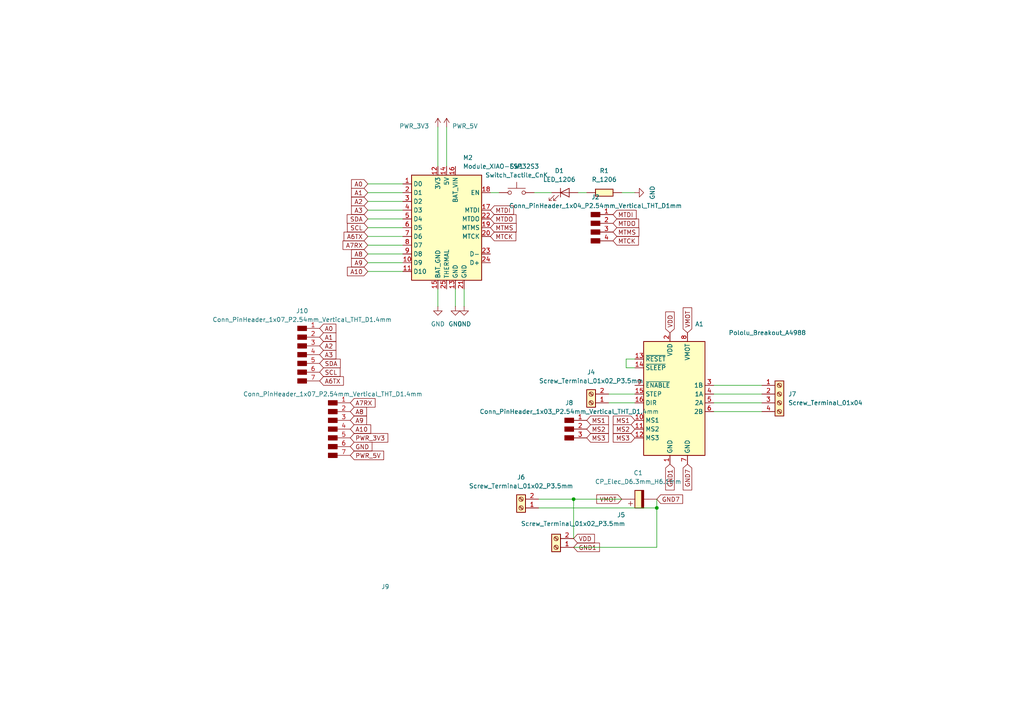
<source format=kicad_sch>
(kicad_sch (version 20231120) (generator "eeschema") (generator_version "8.0")
  (paper "A4")
  (lib_symbols
    (symbol "Connector:Screw_Terminal_01x04" (pin_names (offset 1.016) hide)
      (property "Reference" "J" (at 0 5.08 0))
      (property "Value" "Screw_Terminal_01x04" (at 0 -7.62 0))
      (symbol "Screw_Terminal_01x04_1_1"
        (rectangle (start -1.27 3.81) (end 1.27 -6.35) (stroke (width 0.254)) (fill (type background)))
        (circle (center 0 -5.08) (radius 0.635) (stroke (width 0.1524)))
        (circle (center 0 -2.54) (radius 0.635) (stroke (width 0.1524)))
        (polyline (pts (xy -0.5334 -4.7498) (xy 0.3302 -5.588)) (stroke (width 0.1524)))
        (polyline (pts (xy -0.5334 -2.2098) (xy 0.3302 -3.048)) (stroke (width 0.1524)))
        (polyline (pts (xy -0.5334 0.3302) (xy 0.3302 -0.508)) (stroke (width 0.1524)))
        (polyline (pts (xy -0.5334 2.8702) (xy 0.3302 2.032)) (stroke (width 0.1524)))
        (polyline (pts (xy -0.3556 -4.572) (xy 0.508 -5.4102)) (stroke (width 0.1524)))
        (polyline (pts (xy -0.3556 -2.032) (xy 0.508 -2.8702)) (stroke (width 0.1524)))
        (polyline (pts (xy -0.3556 0.508) (xy 0.508 -0.3302)) (stroke (width 0.1524)))
        (polyline (pts (xy -0.3556 3.048) (xy 0.508 2.2098)) (stroke (width 0.1524)))
        (circle (center 0 0) (radius 0.635) (stroke (width 0.1524)))
        (circle (center 0 2.54) (radius 0.635) (stroke (width 0.1524)))
        (pin passive line (at -5.08 2.54 0) (length 3.81) (name "Pin_1") (number "1"))
        (pin passive line (at -5.08 0 0) (length 3.81) (name "Pin_2") (number "2"))
        (pin passive line (at -5.08 -2.54 0) (length 3.81) (name "Pin_3") (number "3"))
        (pin passive line (at -5.08 -5.08 0) (length 3.81) (name "Pin_4") (number "4"))
      )
    )
    (symbol "Driver_Motor:Pololu_Breakout_A4988"
      (property "Reference" "A" (at -2.54 19.05 0))
      (property "Value" "Pololu_Breakout_A4988" (at -2.54 16.51 0))
      (symbol "Pololu_Breakout_A4988_0_1"
        (rectangle (start 10.16 -17.78) (end -7.62 15.24) (stroke (width 0.254)) (fill (type background)))
      )
      (symbol "Pololu_Breakout_A4988_1_1"
        (pin power_in line (at 0 -20.32 90) (length 2.54) (name "GND") (number "1"))
        (pin input line (at -10.16 -7.62 0) (length 2.54) (name "MS1") (number "10"))
        (pin input line (at -10.16 -10.16 0) (length 2.54) (name "MS2") (number "11"))
        (pin input line (at -10.16 -12.7 0) (length 2.54) (name "MS3") (number "12"))
        (pin input line (at -10.16 10.16 0) (length 2.54) (name "~{RESET}") (number "13"))
        (pin input line (at -10.16 7.62 0) (length 2.54) (name "~{SLEEP}") (number "14"))
        (pin input line (at -10.16 0 0) (length 2.54) (name "STEP") (number "15"))
        (pin input line (at -10.16 -2.54 0) (length 2.54) (name "DIR") (number "16"))
        (pin power_in line (at 0 17.78 270) (length 2.54) (name "VDD") (number "2"))
        (pin output line (at 12.7 2.54 180) (length 2.54) (name "1B") (number "3"))
        (pin output line (at 12.7 0 180) (length 2.54) (name "1A") (number "4"))
        (pin output line (at 12.7 -2.54 180) (length 2.54) (name "2A") (number "5"))
        (pin output line (at 12.7 -5.08 180) (length 2.54) (name "2B") (number "6"))
        (pin power_in line (at 5.08 -20.32 90) (length 2.54) (name "GND") (number "7"))
        (pin power_in line (at 5.08 17.78 270) (length 2.54) (name "VMOT") (number "8"))
        (pin input line (at -10.16 2.54 0) (length 2.54) (name "~{ENABLE}") (number "9"))
      )
    )
    (symbol "fab:CP_Elec_D6.3mm_H6.1mm" (pin_numbers hide)
      (property "Reference" "C" (at 1.27 2.54 0))
      (property "Value" "CP_Elec_D6.3mm_H6.1mm" (at 1.27 -2.54 0))
      (symbol "CP_Elec_D6.3mm_H6.1mm_0_1"
        (rectangle (start -2.54 -0.635) (end 2.54 -1.27) (fill (type outline)))
        (polyline (pts (xy -1.27 1.905) (xy -1.27 3.175)))
        (polyline (pts (xy -0.635 2.54) (xy -1.905 2.54)))
        (polyline (pts (xy 0 -1.27) (xy 0 -2.54)))
        (polyline (pts (xy 0 2.54) (xy 0 1.27)))
        (polyline (pts (xy -2.54 -1.27) (xy -2.54 1.27) (xy 2.54 1.27) (xy 2.54 -1.27) (xy -2.54 -1.27)) (stroke (width 0.254)) (fill (type background)))
      )
      (symbol "CP_Elec_D6.3mm_H6.1mm_1_1"
        (pin passive line (at 0 5.08 270) (length 2.54) (name "~") (number "1"))
        (pin passive line (at 0 -5.08 90) (length 2.54) (name "~") (number "2"))
      )
    )
    (symbol "fab:Conn_PinHeader_1x03_P2.54mm_Vertical_THT_D1.4mm" (pin_names hide)
      (property "Reference" "J" (at 0 5.08 0))
      (property "Value" "Conn_PinHeader_1x03_P2.54mm_Vertical_THT_D1.4mm" (at 0 -5.08 0))
      (symbol "Conn_PinHeader_1x03_P2.54mm_Vertical_THT_D1.4mm_1_1"
        (rectangle (start -1.27 -1.905) (end 1.27 -3.175) (stroke (width 0.254)) (fill (type outline)))
        (rectangle (start -1.27 0.635) (end 1.27 -0.635) (stroke (width 0.254)) (fill (type outline)))
        (rectangle (start -1.27 3.175) (end 1.27 1.905) (stroke (width 0.254)) (fill (type outline)))
        (pin passive line (at 5.08 2.54 180) (length 3.81) (name "Pin_1") (number "1"))
        (pin passive line (at 5.08 0 180) (length 3.81) (name "Pin_2") (number "2"))
        (pin passive line (at 5.08 -2.54 180) (length 3.81) (name "Pin_3") (number "3"))
      )
    )
    (symbol "fab:Conn_PinHeader_1x04_P2.54mm_Vertical_THT_D1mm" (pin_names hide)
      (property "Reference" "J" (at 0 5.08 0))
      (property "Value" "Conn_PinHeader_1x04_P2.54mm_Vertical_THT_D1mm" (at 0 -7.62 0))
      (symbol "Conn_PinHeader_1x04_P2.54mm_Vertical_THT_D1mm_1_1"
        (rectangle (start -1.27 -4.445) (end 1.27 -5.715) (stroke (width 0.254)) (fill (type outline)))
        (rectangle (start -1.27 -1.905) (end 1.27 -3.175) (stroke (width 0.254)) (fill (type outline)))
        (rectangle (start -1.27 0.635) (end 1.27 -0.635) (stroke (width 0.254)) (fill (type outline)))
        (rectangle (start -1.27 3.175) (end 1.27 1.905) (stroke (width 0.254)) (fill (type outline)))
        (pin passive line (at 5.08 2.54 180) (length 3.81) (name "Pin_1") (number "1"))
        (pin passive line (at 5.08 0 180) (length 3.81) (name "Pin_2") (number "2"))
        (pin passive line (at 5.08 -2.54 180) (length 3.81) (name "Pin_3") (number "3"))
        (pin passive line (at 5.08 -5.08 180) (length 3.81) (name "Pin_4") (number "4"))
      )
    )
    (symbol "fab:Conn_PinHeader_1x07_P2.54mm_Vertical_THT_D1.4mm" (pin_names hide)
      (property "Reference" "J" (at 0 10.16 0))
      (property "Value" "Conn_PinHeader_1x07_P2.54mm_Vertical_THT_D1.4mm" (at 0 -10.16 0))
      (symbol "Conn_PinHeader_1x07_P2.54mm_Vertical_THT_D1.4mm_1_1"
        (rectangle (start -1.27 -6.985) (end 1.27 -8.255) (stroke (width 0.254)) (fill (type outline)))
        (rectangle (start -1.27 -4.445) (end 1.27 -5.715) (stroke (width 0.254)) (fill (type outline)))
        (rectangle (start -1.27 -1.905) (end 1.27 -3.175) (stroke (width 0.254)) (fill (type outline)))
        (rectangle (start -1.27 0.635) (end 1.27 -0.635) (stroke (width 0.254)) (fill (type outline)))
        (rectangle (start -1.27 3.175) (end 1.27 1.905) (stroke (width 0.254)) (fill (type outline)))
        (rectangle (start -1.27 5.715) (end 1.27 4.445) (stroke (width 0.254)) (fill (type outline)))
        (rectangle (start -1.27 8.255) (end 1.27 6.985) (stroke (width 0.254)) (fill (type outline)))
        (pin passive line (at 5.08 7.62 180) (length 3.81) (name "Pin_1") (number "1"))
        (pin passive line (at 5.08 5.08 180) (length 3.81) (name "Pin_2") (number "2"))
        (pin passive line (at 5.08 2.54 180) (length 3.81) (name "Pin_3") (number "3"))
        (pin passive line (at 5.08 0 180) (length 3.81) (name "Pin_4") (number "4"))
        (pin passive line (at 5.08 -2.54 180) (length 3.81) (name "Pin_5") (number "5"))
        (pin passive line (at 5.08 -5.08 180) (length 3.81) (name "Pin_6") (number "6"))
        (pin passive line (at 5.08 -7.62 180) (length 3.81) (name "Pin_7") (number "7"))
      )
    )
    (symbol "fab:LED_1206" (pin_numbers hide) (pin_names (offset 1.016) hide)
      (property "Reference" "D" (at 0 2.54 0))
      (property "Value" "LED_1206" (at 0 -2.54 0))
      (symbol "LED_1206_0_1"
        (polyline (pts (xy -1.27 -1.27) (xy -1.27 1.27)) (stroke (width 0.2032)))
        (polyline (pts (xy -1.27 0) (xy 1.27 0)))
        (polyline (pts (xy 1.27 -1.27) (xy 1.27 1.27) (xy -1.27 0) (xy 1.27 -1.27)) (stroke (width 0.2032)))
        (polyline (pts (xy -3.048 -0.762) (xy -4.572 -2.286) (xy -3.81 -2.286) (xy -4.572 -2.286) (xy -4.572 -1.524)))
        (polyline (pts (xy -1.778 -0.762) (xy -3.302 -2.286) (xy -2.54 -2.286) (xy -3.302 -2.286) (xy -3.302 -1.524)))
      )
      (symbol "LED_1206_1_1"
        (pin passive line (at -3.81 0 0) (length 2.54) (name "K") (number "1"))
        (pin passive line (at 3.81 0 180) (length 2.54) (name "A") (number "2"))
      )
    )
    (symbol "fab:Module_XIAO-ESP32S3"
      (property "Reference" "M" (at -10.16 16.51 0))
      (property "Value" "Module_XIAO-ESP32S3" (at 3.81 16.51 0))
      (symbol "Module_XIAO-ESP32S3_1_1"
        (rectangle (start -10.16 15.24) (end 10.16 -15.24) (stroke (width 0.254)) (fill (type background)))
        (pin bidirectional line (at -12.7 12.7 0) (length 2.54) (name "D0") (number "1"))
        (pin bidirectional line (at -12.7 -10.16 0) (length 2.54) (name "D9") (number "10"))
        (pin bidirectional line (at -12.7 -12.7 0) (length 2.54) (name "D10") (number "11"))
        (pin power_in line (at -2.54 17.78 270) (length 2.54) (name "3V3") (number "12"))
        (pin power_in line (at 2.54 -17.78 90) (length 2.54) (name "GND") (number "13"))
        (pin power_in line (at 0 17.78 270) (length 2.54) (name "5V") (number "14"))
        (pin power_in line (at -2.54 -17.78 90) (length 2.54) (name "BAT_GND") (number "15"))
        (pin power_in line (at 2.54 17.78 270) (length 2.54) (name "BAT_VIN") (number "16"))
        (pin input line (at 12.7 5.08 180) (length 2.54) (name "MTDI") (number "17"))
        (pin input line (at 12.7 10.16 180) (length 2.54) (name "EN") (number "18"))
        (pin input line (at 12.7 0 180) (length 2.54) (name "MTMS") (number "19"))
        (pin bidirectional line (at -12.7 10.16 0) (length 2.54) (name "D1") (number "2"))
        (pin input line (at 12.7 -2.54 180) (length 2.54) (name "MTCK") (number "20"))
        (pin power_in line (at 5.08 -17.78 90) (length 2.54) (name "GND") (number "21"))
        (pin output line (at 12.7 2.54 180) (length 2.54) (name "MTDO") (number "22"))
        (pin bidirectional line (at 12.7 -7.62 180) (length 2.54) (name "D-") (number "23"))
        (pin bidirectional line (at 12.7 -10.16 180) (length 2.54) (name "D+") (number "24"))
        (pin power_in line (at 0 -17.78 90) (length 2.54) (name "THERMAL") (number "25"))
        (pin bidirectional line (at -12.7 7.62 0) (length 2.54) (name "D2") (number "3"))
        (pin bidirectional line (at -12.7 5.08 0) (length 2.54) (name "D3") (number "4"))
        (pin bidirectional line (at -12.7 2.54 0) (length 2.54) (name "D4") (number "5"))
        (pin bidirectional line (at -12.7 0 0) (length 2.54) (name "D5") (number "6"))
        (pin bidirectional line (at -12.7 -2.54 0) (length 2.54) (name "D6") (number "7"))
        (pin bidirectional line (at -12.7 -5.08 0) (length 2.54) (name "D7") (number "8"))
        (pin bidirectional line (at -12.7 -7.62 0) (length 2.54) (name "D8") (number "9"))
      )
    )
    (symbol "fab:PWR_3V3" (power) (pin_names (offset 0))
      (property "Value" "PWR_3V3" (at 0 3.556 0))
      (symbol "PWR_3V3_0_1"
        (polyline (pts (xy -0.762 1.27) (xy 0 2.54)))
        (polyline (pts (xy 0 0) (xy 0 2.54)))
        (polyline (pts (xy 0 2.54) (xy 0.762 1.27)))
      )
      (symbol "PWR_3V3_1_1"
        (pin power_in line (at 0 0 90) (length 0) hide (name "PWR_3V3") (number "1"))
      )
    )
    (symbol "fab:PWR_5V" (power) (pin_names (offset 0))
      (property "Value" "PWR_5V" (at 0 3.556 0))
      (symbol "PWR_5V_0_1"
        (polyline (pts (xy -0.762 1.27) (xy 0 2.54)))
        (polyline (pts (xy 0 0) (xy 0 2.54)))
        (polyline (pts (xy 0 2.54) (xy 0.762 1.27)))
      )
      (symbol "PWR_5V_1_1"
        (pin power_in line (at 0 0 90) (length 0) hide (name "PWR_5V") (number "1"))
      )
    )
    (symbol "fab:R_1206" (pin_numbers hide) (pin_names (offset 0))
      (property "Reference" "R" (at 2.54 0 90))
      (property "Value" "R_1206" (at -2.54 0 90))
      (symbol "R_1206_0_1"
        (rectangle (start -1.016 -2.54) (end 1.016 2.54) (stroke (width 0.254)) (fill (type background)))
      )
      (symbol "R_1206_1_1"
        (pin passive line (at 0 5.08 270) (length 2.54) (name "~") (number "1"))
        (pin passive line (at 0 -5.08 90) (length 2.54) (name "~") (number "2"))
      )
    )
    (symbol "fab:Screw_Terminal_01x02_P3.5mm" (pin_names (offset 1.016) hide)
      (property "Reference" "J" (at 0 3.81 0))
      (property "Value" "Screw_Terminal_01x02_P3.5mm" (at 0 -3.81 0))
      (symbol "Screw_Terminal_01x02_P3.5mm_1_1"
        (rectangle (start -1.27 2.54) (end 1.27 -2.54) (stroke (width 0.254)) (fill (type background)))
        (circle (center 0 -1.27) (radius 0.635) (stroke (width 0.1524)))
        (polyline (pts (xy -0.5334 -0.9398) (xy 0.3302 -1.778)) (stroke (width 0.1524)))
        (polyline (pts (xy -0.5334 1.6002) (xy 0.3302 0.762)) (stroke (width 0.1524)))
        (polyline (pts (xy -0.3556 -0.762) (xy 0.508 -1.6002)) (stroke (width 0.1524)))
        (polyline (pts (xy -0.3556 1.778) (xy 0.508 0.9398)) (stroke (width 0.1524)))
        (circle (center 0 1.27) (radius 0.635) (stroke (width 0.1524)))
        (pin passive line (at -5.08 1.27 0) (length 3.81) (name "Pin_1") (number "1"))
        (pin passive line (at -5.08 -1.27 0) (length 3.81) (name "Pin_2") (number "2"))
      )
    )
    (symbol "fab:Switch_Tactile_CnK" (pin_numbers hide) (pin_names (offset 1.016) hide)
      (property "Reference" "SW" (at 1.27 3.81 0))
      (property "Value" "Switch_Tactile_CnK" (at 0 0 0))
      (symbol "Switch_Tactile_CnK_0_1"
        (circle (center -2.032 0) (radius 0.508))
        (polyline (pts (xy 0 1.27) (xy 0 3.048)))
        (polyline (pts (xy 2.54 1.27) (xy -2.54 1.27)))
        (circle (center 2.032 0) (radius 0.508))
        (pin passive line (at -5.08 0 0) (length 2.54) (name "1") (number "1"))
        (pin passive line (at 5.08 0 180) (length 2.54) (name "2") (number "2"))
      )
    )
    (symbol "power:GND" (power) (pin_numbers hide) (pin_names (offset 0) hide)
      (property "Value" "GND" (at 0 -3.81 0))
      (symbol "GND_0_1"
        (polyline (pts (xy 0 0) (xy 0 -1.27) (xy 1.27 -1.27) (xy 0 -2.54) (xy -1.27 -1.27) (xy 0 -1.27)))
      )
      (symbol "GND_1_1"
        (pin power_in line (at 0 0 270) (length 0) (name "~") (number "1"))
      )
    )
  )
  (junction (at 190.5 147.32))
  (junction (at 166.37 144.78))
  (wire (pts (xy 106.68 55.88) (xy 116.84 55.88)))
  (wire (pts (xy 154.94 55.88) (xy 160.02 55.88)))
  (wire (pts (xy 167.64 55.88) (xy 170.18 55.88)))
  (wire (pts (xy 176.53 116.84) (xy 184.15 116.84)))
  (wire (pts (xy 106.68 68.58) (xy 116.84 68.58)))
  (wire (pts (xy 176.53 114.3) (xy 184.15 114.3)))
  (wire (pts (xy 190.5 147.32) (xy 190.5 158.75)))
  (wire (pts (xy 106.68 63.5) (xy 116.84 63.5)))
  (wire (pts (xy 207.01 116.84) (xy 220.98 116.84)))
  (wire (pts (xy 180.34 55.88) (xy 184.15 55.88)))
  (wire (pts (xy 106.68 53.34) (xy 116.84 53.34)))
  (wire (pts (xy 207.01 119.38) (xy 220.98 119.38)))
  (wire (pts (xy 106.68 76.2) (xy 116.84 76.2)))
  (wire (pts (xy 127 83.82) (xy 127 88.9)))
  (wire (pts (xy 166.37 144.78) (xy 180.34 144.78)))
  (wire (pts (xy 127 36.83) (xy 127 48.26)))
  (wire (pts (xy 106.68 73.66) (xy 116.84 73.66)))
  (wire (pts (xy 207.01 114.3) (xy 220.98 114.3)))
  (wire (pts (xy 190.5 144.78) (xy 190.5 147.32)))
  (wire (pts (xy 156.21 147.32) (xy 190.5 147.32)))
  (wire (pts (xy 106.68 71.12) (xy 116.84 71.12)))
  (wire (pts (xy 106.68 66.04) (xy 116.84 66.04)))
  (wire (pts (xy 134.62 83.82) (xy 134.62 88.9)))
  (wire (pts (xy 106.68 58.42) (xy 116.84 58.42)))
  (wire (pts (xy 129.54 36.83) (xy 129.54 48.26)))
  (wire (pts (xy 142.24 55.88) (xy 144.78 55.88)))
  (wire (pts (xy 106.68 78.74) (xy 116.84 78.74)))
  (wire (pts (xy 181.61 106.68) (xy 181.61 104.14)))
  (wire (pts (xy 166.37 158.75) (xy 190.5 158.75)))
  (wire (pts (xy 207.01 111.76) (xy 220.98 111.76)))
  (wire (pts (xy 156.21 144.78) (xy 166.37 144.78)))
  (wire (pts (xy 166.37 156.21) (xy 166.37 144.78)))
  (wire (pts (xy 132.08 83.82) (xy 132.08 88.9)))
  (wire (pts (xy 106.68 60.96) (xy 116.84 60.96)))
  (wire (pts (xy 184.15 106.68) (xy 181.61 106.68)))
  (wire (pts (xy 181.61 104.14) (xy 184.15 104.14)))
  (global_label "A9" (shape input) (at 106.68 76.2 180) (property "Intersheetrefs" "${INTERSHEET_REFS}" (effects (hide yes))))
  (global_label "MTCK" (shape input) (at 177.8 69.85 0) (property "Intersheetrefs" "${INTERSHEET_REFS}" (effects (hide yes))))
  (global_label "SDA" (shape input) (at 106.68 63.5 180) (property "Intersheetrefs" "${INTERSHEET_REFS}" (effects (hide yes))))
  (global_label "MTDI" (shape input) (at 142.24 60.96 0) (property "Intersheetrefs" "${INTERSHEET_REFS}" (effects (hide yes))))
  (global_label "MTDO" (shape input) (at 177.8 64.77 0) (property "Intersheetrefs" "${INTERSHEET_REFS}" (effects (hide yes))))
  (global_label "MTMS" (shape input) (at 142.24 66.04 0) (property "Intersheetrefs" "${INTERSHEET_REFS}" (effects (hide yes))))
  (global_label "A9" (shape input) (at 101.6 121.92 0) (property "Intersheetrefs" "${INTERSHEET_REFS}" (effects (hide yes))))
  (global_label "A7RX" (shape input) (at 106.68 71.12 180) (property "Intersheetrefs" "${INTERSHEET_REFS}" (effects (hide yes))))
  (global_label "A0" (shape input) (at 92.71 95.25 0) (property "Intersheetrefs" "${INTERSHEET_REFS}" (effects (hide yes))))
  (global_label "A6TX" (shape input) (at 106.68 68.58 180) (property "Intersheetrefs" "${INTERSHEET_REFS}" (effects (hide yes))))
  (global_label "A3" (shape input) (at 106.68 60.96 180) (property "Intersheetrefs" "${INTERSHEET_REFS}" (effects (hide yes))))
  (global_label "A0" (shape input) (at 106.68 53.34 180) (property "Intersheetrefs" "${INTERSHEET_REFS}" (effects (hide yes))))
  (global_label "MS2" (shape input) (at 170.18 124.46 0) (property "Intersheetrefs" "${INTERSHEET_REFS}" (effects (hide yes))))
  (global_label "VDD" (shape input) (at 194.31 96.52 90) (property "Intersheetrefs" "${INTERSHEET_REFS}" (effects (hide yes))))
  (global_label "GND7" (shape input) (at 199.39 134.62 270) (property "Intersheetrefs" "${INTERSHEET_REFS}" (effects (hide yes))))
  (global_label "A2" (shape input) (at 92.71 100.33 0) (property "Intersheetrefs" "${INTERSHEET_REFS}" (effects (hide yes))))
  (global_label "A10" (shape input) (at 101.6 124.46 0) (property "Intersheetrefs" "${INTERSHEET_REFS}" (effects (hide yes))))
  (global_label "MS1" (shape input) (at 184.15 121.92 180) (property "Intersheetrefs" "${INTERSHEET_REFS}" (effects (hide yes))))
  (global_label "MS3" (shape input) (at 170.18 127 0) (property "Intersheetrefs" "${INTERSHEET_REFS}" (effects (hide yes))))
  (global_label "MTCK" (shape input) (at 142.24 68.58 0) (property "Intersheetrefs" "${INTERSHEET_REFS}" (effects (hide yes))))
  (global_label "VMOT" (shape input) (at 199.39 96.52 90) (property "Intersheetrefs" "${INTERSHEET_REFS}" (effects (hide yes))))
  (global_label "A7RX" (shape input) (at 101.6 116.84 0) (property "Intersheetrefs" "${INTERSHEET_REFS}" (effects (hide yes))))
  (global_label "GND1" (shape input) (at 194.31 134.62 270) (property "Intersheetrefs" "${INTERSHEET_REFS}" (effects (hide yes))))
  (global_label "SCL" (shape input) (at 106.68 66.04 180) (property "Intersheetrefs" "${INTERSHEET_REFS}" (effects (hide yes))))
  (global_label "SCL" (shape input) (at 92.71 107.95 0) (property "Intersheetrefs" "${INTERSHEET_REFS}" (effects (hide yes))))
  (global_label "A6TX" (shape input) (at 92.71 110.49 0) (property "Intersheetrefs" "${INTERSHEET_REFS}" (effects (hide yes))))
  (global_label "A2" (shape input) (at 106.68 58.42 180) (property "Intersheetrefs" "${INTERSHEET_REFS}" (effects (hide yes))))
  (global_label "A10" (shape input) (at 106.68 78.74 180) (property "Intersheetrefs" "${INTERSHEET_REFS}" (effects (hide yes))))
  (global_label "VMOT" (shape input) (at 180.34 144.78 180) (property "Intersheetrefs" "${INTERSHEET_REFS}" (effects (hide yes))))
  (global_label "VDD" (shape input) (at 166.37 156.21 0) (property "Intersheetrefs" "${INTERSHEET_REFS}" (effects (hide yes))))
  (global_label "A8" (shape input) (at 101.6 119.38 0) (property "Intersheetrefs" "${INTERSHEET_REFS}" (effects (hide yes))))
  (global_label "PWR_3V3" (shape input) (at 101.6 127 0) (property "Intersheetrefs" "${INTERSHEET_REFS}" (effects (hide yes))))
  (global_label "GND7" (shape input) (at 190.5 144.78 0) (property "Intersheetrefs" "${INTERSHEET_REFS}" (effects (hide yes))))
  (global_label "A8" (shape input) (at 106.68 73.66 180) (property "Intersheetrefs" "${INTERSHEET_REFS}" (effects (hide yes))))
  (global_label "MTDI" (shape input) (at 177.8 62.23 0) (property "Intersheetrefs" "${INTERSHEET_REFS}" (effects (hide yes))))
  (global_label "A1" (shape input) (at 106.68 55.88 180) (property "Intersheetrefs" "${INTERSHEET_REFS}" (effects (hide yes))))
  (global_label "PWR_5V" (shape input) (at 101.6 132.08 0) (property "Intersheetrefs" "${INTERSHEET_REFS}" (effects (hide yes))))
  (global_label "A3" (shape input) (at 92.71 102.87 0) (property "Intersheetrefs" "${INTERSHEET_REFS}" (effects (hide yes))))
  (global_label "MTMS" (shape input) (at 177.8 67.31 0) (property "Intersheetrefs" "${INTERSHEET_REFS}" (effects (hide yes))))
  (global_label "MS2" (shape input) (at 184.15 124.46 180) (property "Intersheetrefs" "${INTERSHEET_REFS}" (effects (hide yes))))
  (global_label "MS3" (shape input) (at 184.15 127 180) (property "Intersheetrefs" "${INTERSHEET_REFS}" (effects (hide yes))))
  (global_label "MS1" (shape input) (at 170.18 121.92 0) (property "Intersheetrefs" "${INTERSHEET_REFS}" (effects (hide yes))))
  (global_label "SDA" (shape input) (at 92.71 105.41 0) (property "Intersheetrefs" "${INTERSHEET_REFS}" (effects (hide yes))))
  (global_label "MTDO" (shape input) (at 142.24 63.5 0) (property "Intersheetrefs" "${INTERSHEET_REFS}" (effects (hide yes))))
  (global_label "GND" (shape input) (at 101.6 129.54 0) (property "Intersheetrefs" "${INTERSHEET_REFS}" (effects (hide yes))))
  (global_label "GND1" (shape input) (at 166.37 158.75 0) (property "Intersheetrefs" "${INTERSHEET_REFS}" (effects (hide yes))))
  (global_label "A1" (shape input) (at 92.71 97.79 0) (property "Intersheetrefs" "${INTERSHEET_REFS}" (effects (hide yes))))
  (symbol (lib_id "fab:CP_Elec_D6.3mm_H6.1mm") (at 185.42 144.78 90) (unit 1)
    (property "Reference" "C1" (at 185.1025 137.16 90))
    (property "Value" "CP_Elec_D6.3mm_H6.1mm" (at 185.1025 139.7 90))
    (property "Footprint" "fab:CP_Elec_D6.3mm_H6.1mm" (effects (hide yes)))
    (property "Datasheet" "https://api.pim.na.industrial.panasonic.com/file_stream/main/fileversion/19782" (effects (hide yes)))
    (property "Description" "Polarized capacitor, SMD, radial" (effects (hide yes)))
  )
  (symbol (lib_id "fab:Module_XIAO-ESP32S3") (at 129.54 66.04 0) (unit 1)
    (property "Reference" "M2" (at 134.2741 45.72 0) (effects (justify left)))
    (property "Value" "Module_XIAO-ESP32S3" (at 134.2741 48.26 0) (effects (justify left)))
    (property "Footprint" "fab:SeeedStudio_XIAO_ESP32S3" (effects (hide yes)))
    (property "Datasheet" "https://wiki.seeedstudio.com/xiao_esp32s3_getting_started/" (effects (hide yes)))
    (property "Description" "ESP32-C3 Transceiver; 802.11 a/b/g/n (Wi-Fi, WiFi, WLAN), Bluetooth® Smart 4.x Low Energy (BLE) 2.4GHz Evaluation Board" (effects (hide yes)))
  )
  (symbol (lib_id "Driver_Motor:Pololu_Breakout_A4988") (at 194.31 114.3 0) (unit 1)
    (property "Reference" "A1" (at 201.5841 93.98 0) (effects (justify left)))
    (property "Value" "Pololu_Breakout_A4988" (at 211.328 96.52 0) (effects (justify left)))
    (property "Footprint" "Module:Pololu_Breakout-16_15.2x20.3mm" (effects (hide yes)))
    (property "Datasheet" "https://www.pololu.com/product/2980/pictures" (effects (hide yes)))
    (property "Description" "Pololu Breakout Board, Stepper Driver A4988" (effects (hide yes)))
  )
  (symbol (lib_id "fab:Conn_PinHeader_1x04_P2.54mm_Vertical_THT_D1mm") (at 172.72 64.77 0) (unit 1)
    (property "Reference" "J2" (at 172.72 57.15 0))
    (property "Value" "Conn_PinHeader_1x04_P2.54mm_Vertical_THT_D1mm" (at 172.72 59.69 0))
    (property "Footprint" "fab:PinHeader_1x04_P2.54mm_Vertical_THT_D1mm" (effects (hide yes)))
    (property "Description" "Male connector, single row" (effects (hide yes)))
  )
  (symbol (lib_id "power:GND") (at 132.08 88.9 0) (unit 1)
    (property "Reference" "#PWR06" (effects (hide yes)))
    (property "Value" "GND" (at 132.08 93.98 0))
    (property "Description" "Power symbol creates a global label with name \"GND\" , ground" (effects (hide yes)))
  )
  (symbol (lib_id "power:GND") (at 134.62 88.9 0) (unit 1)
    (property "Reference" "#PWR07" (effects (hide yes)))
    (property "Value" "GND" (at 134.62 93.98 0))
    (property "Description" "Power symbol creates a global label with name \"GND\" , ground" (effects (hide yes)))
  )
  (symbol (lib_id "fab:R_1206") (at 175.26 55.88 270) (unit 1)
    (property "Reference" "R1" (at 175.26 49.53 90))
    (property "Value" "R_1206" (at 175.26 52.07 90))
    (property "Footprint" "fab:R_1206" (effects (hide yes)))
    (property "Description" "Resistor" (effects (hide yes)))
  )
  (symbol (lib_id "fab:Conn_PinHeader_1x07_P2.54mm_Vertical_THT_D1.4mm") (at 87.63 102.87 0) (unit 1)
    (property "Reference" "J10" (at 87.63 90.17 0))
    (property "Value" "Conn_PinHeader_1x07_P2.54mm_Vertical_THT_D1.4mm" (at 87.63 92.71 0))
    (property "Footprint" "fab:PinHeader_1x07_P2.54mm_Vertical_THT_D1.4mm" (effects (hide yes)))
    (property "Datasheet" "https://media.digikey.com/PDF/Data%20Sheets/Sullins%20PDFs/xRxCzzzSxxN-RC_ST_11635-B.pdf" (effects (hide yes)))
    (property "Description" "Connector Header Through Hole 7 positions 0.100\" (2.54mm)" (effects (hide yes)))
  )
  (symbol (lib_id "fab:LED_1206") (at 163.83 55.88 0) (unit 1)
    (property "Reference" "D1" (at 162.2298 49.53 0))
    (property "Value" "LED_1206" (at 162.2298 52.07 0))
    (property "Footprint" "fab:LED_1206" (effects (hide yes)))
    (property "Datasheet" "https://optoelectronics.liteon.com/upload/download/DS-22-98-0002/LTST-C150CKT.pdf" (effects (hide yes)))
    (property "Description" "Light emitting diode, Lite-On Inc. LTST, SMD" (effects (hide yes)))
  )
  (symbol (lib_id "fab:Conn_PinHeader_1x03_P2.54mm_Vertical_THT_D1.4mm") (at 165.1 124.46 0) (unit 1)
    (property "Reference" "J8" (at 165.1 116.84 0))
    (property "Value" "Conn_PinHeader_1x03_P2.54mm_Vertical_THT_D1.4mm" (at 165.1 119.38 0))
    (property "Footprint" "fab:PinHeader_1x03_P2.54mm_Vertical_THT_D1.4mm" (effects (hide yes)))
    (property "Description" "Male connector, single row" (effects (hide yes)))
  )
  (symbol (lib_id "power:GND") (at 184.15 55.88 90) (unit 1)
    (property "Reference" "#PWR09" (effects (hide yes)))
    (property "Value" "GND" (at 189.23 55.88 0))
    (property "Description" "Power symbol creates a global label with name \"GND\" , ground" (effects (hide yes)))
  )
  (symbol (lib_id "Connector:Screw_Terminal_01x04") (at 226.06 114.3 0) (unit 1)
    (property "Reference" "J7" (at 228.6 114.2999 0) (effects (justify left)))
    (property "Value" "Screw_Terminal_01x04" (at 228.6 116.8399 0) (effects (justify left)))
    (property "Description" "Generic screw terminal, single row, 01x04, script generated (kicad-library-utils/schlib/autogen/connector/)" (effects (hide yes)))
  )
  (symbol (lib_id "fab:Switch_Tactile_CnK") (at 149.86 55.88 0) (unit 1)
    (property "Reference" "SW1" (at 149.86 48.26 0))
    (property "Value" "Switch_Tactile_CnK" (at 149.86 50.8 0))
    (property "Footprint" "fab:Button_CnK_PTS636.0_6x3.5mm" (effects (hide yes)))
    (property "Datasheet" "https://www.ckswitches.com/media/2779/pts636.pdf" (effects (hide yes)))
    (property "Description" "Push button switch, C&K PTS636 SM25F SMTR LFS, Tactile Switch SPST-NO Top Actuated Surface Mount" (effects (hide yes)))
  )
  (symbol (lib_id "fab:Screw_Terminal_01x02_P3.5mm") (at 171.45 115.57 180) (unit 1)
    (property "Reference" "J4" (at 171.45 107.95 0))
    (property "Value" "Screw_Terminal_01x02_P3.5mm" (at 171.45 110.49 0))
    (property "Footprint" "fab:TerminalBlock_OnShore_1x02_P3.50mm_Horizontal" (effects (hide yes)))
    (property "Datasheet" "www.on-shore.com/wp-content/uploads/ED555XDS.pdf" (effects (hide yes)))
    (property "Description" "TERM BLK 2POS SIDE ENT 3.5MM PCB" (effects (hide yes)))
  )
  (symbol (lib_id "fab:PWR_5V") (at 129.54 36.83 0) (unit 1)
    (property "Reference" "#PWR05" (effects (hide yes)))
    (property "Value" "PWR_5V" (at 134.874 36.576 0))
    (property "Description" "Power symbol creates a global label with name \"+5V\"" (effects (hide yes)))
  )
  (symbol (lib_id "fab:Screw_Terminal_01x02_P3.5mm") (at 151.13 146.05 180) (unit 1)
    (property "Reference" "J6" (at 151.13 138.43 0))
    (property "Value" "Screw_Terminal_01x02_P3.5mm" (at 151.13 140.97 0))
    (property "Footprint" "fab:TerminalBlock_OnShore_1x02_P3.50mm_Horizontal" (effects (hide yes)))
    (property "Datasheet" "www.on-shore.com/wp-content/uploads/ED555XDS.pdf" (effects (hide yes)))
    (property "Description" "TERM BLK 2POS SIDE ENT 3.5MM PCB" (effects (hide yes)))
  )
  (symbol (lib_id "power:GND") (at 127 88.9 0) (unit 1)
    (property "Reference" "#PWR08" (effects (hide yes)))
    (property "Value" "GND" (at 127 93.98 0))
    (property "Description" "Power symbol creates a global label with name \"GND\" , ground" (effects (hide yes)))
  )
  (symbol (lib_id "fab:PWR_3V3") (at 127 36.83 0) (unit 1)
    (property "Reference" "#PWR04" (effects (hide yes)))
    (property "Value" "PWR_3V3" (at 120.142 36.576 0))
    (property "Description" "Power symbol creates a global label with name \"+3V3\"" (effects (hide yes)))
  )
  (symbol (lib_id "fab:Conn_PinHeader_1x07_P2.54mm_Vertical_THT_D1.4mm") (at 96.52 124.46 0) (unit 1)
    (property "Reference" "J9" (at 111.76 170.18 0))
    (property "Value" "Conn_PinHeader_1x07_P2.54mm_Vertical_THT_D1.4mm" (at 96.52 114.3 0))
    (property "Footprint" "fab:PinHeader_1x07_P2.54mm_Vertical_THT_D1.4mm" (effects (hide yes)))
    (property "Datasheet" "https://media.digikey.com/PDF/Data%20Sheets/Sullins%20PDFs/xRxCzzzSxxN-RC_ST_11635-B.pdf" (effects (hide yes)))
    (property "Description" "Connector Header Through Hole 7 positions 0.100\" (2.54mm)" (effects (hide yes)))
  )
  (symbol (lib_id "fab:Screw_Terminal_01x02_P3.5mm") (at 161.29 157.48 180) (unit 1)
    (property "Reference" "J5" (at 181.356 149.352 0) (effects (justify left)))
    (property "Value" "Screw_Terminal_01x02_P3.5mm" (at 181.356 151.892 0) (effects (justify left)))
    (property "Footprint" "fab:TerminalBlock_OnShore_1x02_P3.50mm_Horizontal" (effects (hide yes)))
    (property "Datasheet" "www.on-shore.com/wp-content/uploads/ED555XDS.pdf" (effects (hide yes)))
    (property "Description" "TERM BLK 2POS SIDE ENT 3.5MM PCB" (effects (hide yes)))
  )
)
</source>
